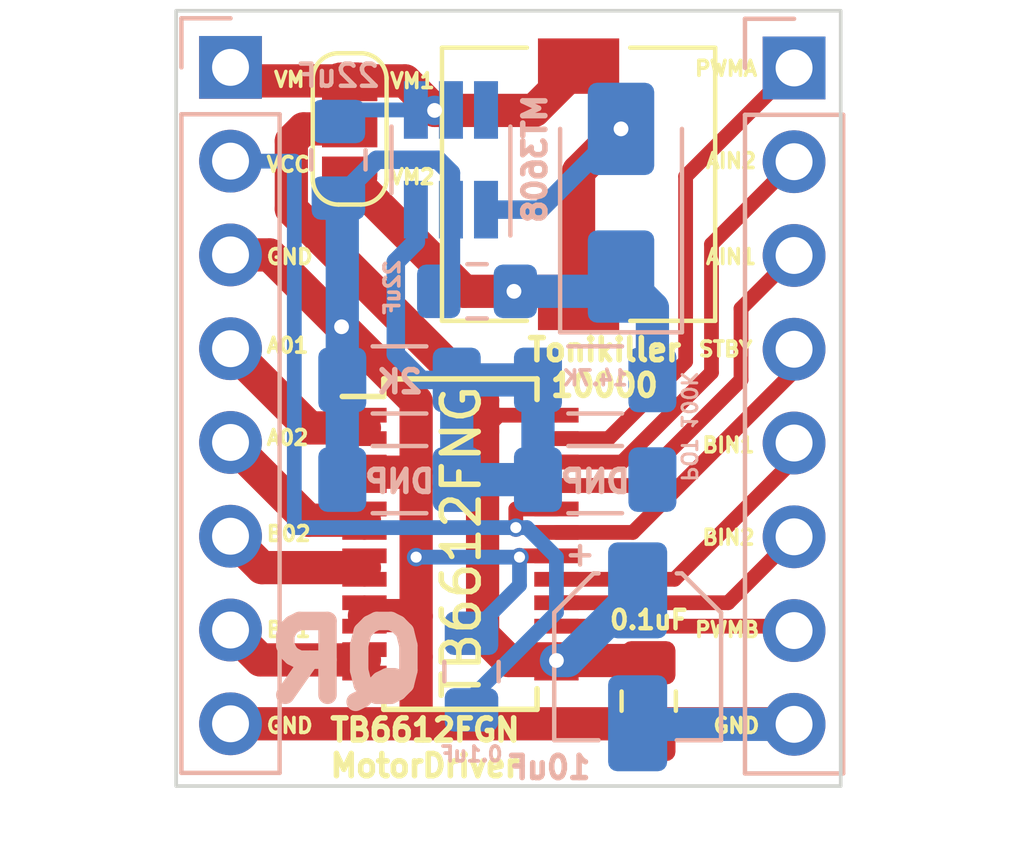
<source format=kicad_pcb>
(kicad_pcb (version 20221018) (generator pcbnew)
  (layers (0 "F.Cu" signal) (31 "B.Cu" signal) (34 "B.Paste" user) (35 "F.Paste" user) (36 "B.SilkS" user "B.Silkscreen") (37 "F.SilkS" user "F.Silkscreen") (38 "B.Mask" user) (39 "F.Mask" user) (44 "Edge.Cuts" user))
  (net 0 "")
  (net 1 "/VM1")
  (net 2 "GND")
  (net 3 "/VM2")
  (net 4 "Net-(JP1-C)")
  (net 5 "/VCC")
  (net 6 "Net-(D1-A)")
  (net 7 "/A01")
  (net 8 "/A02")
  (net 9 "/B02")
  (net 10 "/B01")
  (net 11 "/PWMA")
  (net 12 "/AIN2")
  (net 13 "/AIN1")
  (net 14 "/STBY")
  (net 15 "/BIN1")
  (net 16 "/BIN2")
  (net 17 "/PWMB")
  (net 18 "Net-(U1-FB)")
  (footprint "Inductor_SMD:L_7.3x7.3_H4.5" (layer "F.Cu") (at 57 53.1 -90)
    (fp_text reference "L1" hide)
    (fp_text value "22uH")
    (fp_line (start -3.7 -3.7) (end 3.7 -3.7) (stroke (width 0.12)) (layer "F.SilkS"))
    (fp_line (start -3.7 -1.4) (end -3.7 -3.7) (stroke (width 0.12)) (layer "F.SilkS"))
    (fp_line (start -3.7 3.7) (end -3.7 1.4) (stroke (width 0.12)) (layer "F.SilkS"))
    (fp_line (start 3.7 -3.7) (end 3.7 -1.4) (stroke (width 0.12)) (layer "F.SilkS"))
    (fp_line (start 3.7 1.4) (end 3.7 3.7) (stroke (width 0.12)) (layer "F.SilkS"))
    (fp_line (start 3.7 3.7) (end -3.7 3.7) (stroke (width 0.12)) (layer "F.SilkS"))
    (pad "1" smd rect (at -3.2 0 270) (size 1.5 2.2) (layers "F.Cu" "F.Paste" "F.Mask") (net 1 "/VM1"))
    (pad "2" smd rect (at 3.2 0 270) (size 1.5 2.2) (layers "F.Cu" "F.Paste" "F.Mask") (net 6 "Net-(D1-A)"))
  )
  (footprint "Jumper:SolderJumper-3_P1.3mm_Open_RoundedPad1.0x1.5mm_NumberLabels" (layer "F.Cu") (at 50.8 51.6 90)
    (fp_text reference "JP1" hide)
    (fp_text value "Jumper_3_Bridged12" hide)
    (fp_text user "VM1" (at 1.3 1.7 180) (layer "F.SilkS") (effects (font (size 0.4 0.4) (thickness 0.1))))
    (fp_text user "VM2" (at -1.3 1.7) (layer "F.SilkS") (effects (font (size 0.4 0.4) (thickness 0.1))))
    (fp_line (start -2.05 0.3) (end -2.05 -0.3) (stroke (width 0.12)) (layer "F.SilkS"))
    (fp_line (start -1.4 -1) (end 1.4 -1) (stroke (width 0.12)) (layer "F.SilkS"))
    (fp_line (start 1.4 1) (end -1.4 1) (stroke (width 0.12)) (layer "F.SilkS"))
    (fp_line (start 2.05 -0.3) (end 2.05 0.3) (stroke (width 0.12)) (layer "F.SilkS"))
    (fp_arc (start -2.05 -0.3) (mid -1.844975 -0.794975) (end -1.35 -1) (stroke (width 0.12)) (layer "F.SilkS"))
    (fp_arc (start -1.35 1) (mid -1.844975 0.794975) (end -2.05 0.3) (stroke (width 0.12)) (layer "F.SilkS"))
    (fp_arc (start 1.35 -1) (mid 1.844975 -0.794975) (end 2.05 -0.3) (stroke (width 0.12)) (layer "F.SilkS"))
    (fp_arc (start 2.05 0.3) (mid 1.844975 0.794975) (end 1.35 1) (stroke (width 0.12)) (layer "F.SilkS"))
    (pad "1" smd custom (at -1.3 0 90) (size 1 0.5) (layers "F.Cu" "F.Mask") (net 3 "/VM2") (options (clearance outline) (anchor rect)) (primitives (gr_circle (center 0 0.25) (end 0.5 0.25) (width 0) (fill yes)) (gr_circle (center 0 -0.25) (end 0.5 -0.25) (width 0) (fill yes)) (gr_poly (pts (xy 0.55 0.75) (xy 0 0.75) (xy 0 -0.75) (xy 0.55 -0.75)) (width 0) (fill yes))))
    (pad "2" smd rect (at 0 0 90) (size 1 1.5) (layers "F.Cu" "F.Mask") (net 4 "Net-(JP1-C)"))
    (pad "3" smd custom (at 1.3 0 90) (size 1 0.5) (layers "F.Cu" "F.Mask") (net 1 "/VM1") (options (clearance outline) (anchor rect)) (primitives (gr_circle (center 0 0.25) (end 0.5 0.25) (width 0) (fill yes)) (gr_circle (center 0 -0.25) (end 0.5 -0.25) (width 0) (fill yes)) (gr_poly (pts (xy 0 0.75) (xy -0.55 0.75) (xy -0.55 -0.75) (xy 0 -0.75)) (width 0) (fill yes))))
  )
  (footprint "Capacitor_SMD:C_0805_2012Metric_Pad1.18x1.45mm_HandSolder" (layer "F.Cu") (at 58.9 67.1 -90)
    (fp_text reference "C5" hide)
    (fp_text value "0.1uF" (at -2.2 0) (layer "F.SilkS") (effects (font (size 0.5 0.5) (thickness 0.12) bold)))
    (fp_line (start -0.261252 -0.735) (end 0.261252 -0.735) (stroke (width 0.12)) (layer "F.SilkS"))
    (fp_line (start -0.261252 0.735) (end 0.261252 0.735) (stroke (width 0.12)) (layer "F.SilkS"))
    (pad "1" smd roundrect (at -1.0375 0 270) (size 1.175 1.45) (layers "F.Cu" "F.Paste" "F.Mask") (roundrect_rratio 0.212766) (net 4 "Net-(JP1-C)"))
    (pad "2" smd roundrect (at 1.0375 0 270) (size 1.175 1.45) (layers "F.Cu" "F.Paste" "F.Mask") (roundrect_rratio 0.212766) (net 2 "GND"))
  )
  (footprint "Package_SO:SSOP-24_3.9x8.7mm_P0.635mm" (layer "F.Cu") (at 53.8 62.8478)
    (fp_text reference "U2" hide)
    (fp_text value "TB6612FNG" (at 0.025 -0.05 90) (layer "F.SilkS"))
    (fp_line (start -2.075 -4.475) (end -2.075 -4) (stroke (width 0.15)) (layer "F.SilkS"))
    (fp_line (start -2.075 -4.475) (end 2.075 -4.475) (stroke (width 0.15)) (layer "F.SilkS"))
    (fp_line (start -2.075 -4) (end -3.2 -4) (stroke (width 0.15)) (layer "F.SilkS"))
    (fp_line (start -2.075 4.475) (end -2.075 3.9175) (stroke (width 0.15)) (layer "F.SilkS"))
    (fp_line (start -2.075 4.475) (end 2.075 4.475) (stroke (width 0.15)) (layer "F.SilkS"))
    (fp_line (start 2.075 -4.475) (end 2.075 -3.9175) (stroke (width 0.15)) (layer "F.SilkS"))
    (fp_line (start 2.075 4.475) (end 2.075 3.9175) (stroke (width 0.15)) (layer "F.SilkS"))
    (pad "1" smd rect (at -2.6 -3.4925) (size 1.2 0.4) (layers "F.Cu" "F.Paste" "F.Mask") (net 7 "/A01"))
    (pad "2" smd rect (at -2.6 -2.8575) (size 1.2 0.4) (layers "F.Cu" "F.Paste" "F.Mask") (net 7 "/A01"))
    (pad "3" smd rect (at -2.6 -2.2225) (size 1.2 0.4) (layers "F.Cu" "F.Paste" "F.Mask") (net 2 "GND"))
    (pad "4" smd rect (at -2.6 -1.5875) (size 1.2 0.4) (layers "F.Cu" "F.Paste" "F.Mask") (net 2 "GND"))
    (pad "5" smd rect (at -2.6 -0.9525) (size 1.2 0.4) (layers "F.Cu" "F.Paste" "F.Mask") (net 8 "/A02"))
    (pad "6" smd rect (at -2.6 -0.3175) (size 1.2 0.4) (layers "F.Cu" "F.Paste" "F.Mask") (net 8 "/A02"))
    (pad "7" smd rect (at -2.6 0.3175) (size 1.2 0.4) (layers "F.Cu" "F.Paste" "F.Mask") (net 9 "/B02"))
    (pad "8" smd rect (at -2.6 0.9525) (size 1.2 0.4) (layers "F.Cu" "F.Paste" "F.Mask") (net 9 "/B02"))
    (pad "9" smd rect (at -2.6 1.5875) (size 1.2 0.4) (layers "F.Cu" "F.Paste" "F.Mask") (net 2 "GND"))
    (pad "10" smd rect (at -2.6 2.2225) (size 1.2 0.4) (layers "F.Cu" "F.Paste" "F.Mask") (net 2 "GND"))
    (pad "11" smd rect (at -2.6 2.8575) (size 1.2 0.4) (layers "F.Cu" "F.Paste" "F.Mask") (net 10 "/B01"))
    (pad "12" smd rect (at -2.6 3.4925) (size 1.2 0.4) (layers "F.Cu" "F.Paste" "F.Mask") (net 10 "/B01"))
    (pad "13" smd rect (at 2.6 3.4925) (size 1.2 0.4) (layers "F.Cu" "F.Paste" "F.Mask") (net 4 "Net-(JP1-C)"))
    (pad "14" smd rect (at 2.6 2.8575) (size 1.2 0.4) (layers "F.Cu" "F.Paste" "F.Mask") (net 4 "Net-(JP1-C)"))
    (pad "15" smd rect (at 2.6 2.2225) (size 1.2 0.4) (layers "F.Cu" "F.Paste" "F.Mask") (net 17 "/PWMB"))
    (pad "16" smd rect (at 2.6 1.5875) (size 1.2 0.4) (layers "F.Cu" "F.Paste" "F.Mask") (net 16 "/BIN2"))
    (pad "17" smd rect (at 2.6 0.9525) (size 1.2 0.4) (layers "F.Cu" "F.Paste" "F.Mask") (net 15 "/BIN1"))
    (pad "18" smd rect (at 2.6 0.3175) (size 1.2 0.4) (layers "F.Cu" "F.Paste" "F.Mask") (net 2 "GND"))
    (pad "19" smd rect (at 2.6 -0.3175) (size 1.2 0.4) (layers "F.Cu" "F.Paste" "F.Mask") (net 14 "/STBY"))
    (pad "20" smd rect (at 2.6 -0.9525) (size 1.2 0.4) (layers "F.Cu" "F.Paste" "F.Mask") (net 5 "/VCC"))
    (pad "21" smd rect (at 2.6 -1.5875) (size 1.2 0.4) (layers "F.Cu" "F.Paste" "F.Mask") (net 13 "/AIN1"))
    (pad "22" smd rect (at 2.6 -2.2225) (size 1.2 0.4) (layers "F.Cu" "F.Paste" "F.Mask") (net 12 "/AIN2"))
    (pad "23" smd rect (at 2.6 -2.8575) (size 1.2 0.4) (layers "F.Cu" "F.Paste" "F.Mask") (net 11 "/PWMA"))
    (pad "24" smd rect (at 2.6 -3.4925) (size 1.2 0.4) (layers "F.Cu" "F.Paste" "F.Mask") (net 4 "Net-(JP1-C)"))
  )
  (footprint "Resistor_SMD:R_1206_3216Metric_Pad1.30x1.75mm_HandSolder" (layer "B.Cu") (at 57.45 61.1 180)
    (fp_text reference "R4" hide)
    (fp_text value "DNP" (at 0 -0.0508) (layer "B.SilkS") (effects (font (size 0.6 0.6) (thickness 0.15) bold) (justify mirror)))
    (fp_line (start -0.727064 -0.91) (end 0.727064 -0.91) (stroke (width 0.12)) (layer "B.SilkS"))
    (fp_line (start -0.727064 0.91) (end 0.727064 0.91) (stroke (width 0.12)) (layer "B.SilkS"))
    (pad "1" smd roundrect (at -1.55 0 180) (size 1.3 1.75) (layers "B.Cu" "B.Paste" "B.Mask") (roundrect_rratio 0.192308))
    (pad "2" smd roundrect (at 1.55 0 180) (size 1.3 1.75) (layers "B.Cu" "B.Paste" "B.Mask") (roundrect_rratio 0.192308) (net 18 "Net-(U1-FB)"))
  )
  (footprint "Resistor_SMD:R_1206_3216Metric_Pad1.30x1.75mm_HandSolder" (layer "B.Cu") (at 52.15 61.1 180)
    (fp_text reference "R3" hide)
    (fp_text value "DNP" (at 0 -0.0508) (layer "B.SilkS") (effects (font (size 0.6 0.6) (thickness 0.15) bold) (justify mirror)))
    (fp_line (start -0.727064 -0.91) (end 0.727064 -0.91) (stroke (width 0.12)) (layer "B.SilkS"))
    (fp_line (start -0.727064 0.91) (end 0.727064 0.91) (stroke (width 0.12)) (layer "B.SilkS"))
    (pad "1" smd roundrect (at -1.55 0 180) (size 1.3 1.75) (layers "B.Cu" "B.Paste" "B.Mask") (roundrect_rratio 0.192308) (net 18 "Net-(U1-FB)"))
    (pad "2" smd roundrect (at 1.55 0 180) (size 1.3 1.75) (layers "B.Cu" "B.Paste" "B.Mask") (roundrect_rratio 0.192308) (net 2 "GND"))
  )
  (footprint "Capacitor_SMD:C_0805_2012Metric_Pad1.18x1.45mm_HandSolder" (layer "B.Cu") (at 54.25 56 180)
    (fp_text reference "C2" hide)
    (fp_text value "22uF" (at 2.3 0.1 90) (layer "B.SilkS") (effects (font (size 0.4 0.4) (thickness 0.1) bold) (justify mirror)))
    (fp_line (start -0.261252 -0.735) (end 0.261252 -0.735) (stroke (width 0.12)) (layer "B.SilkS"))
    (fp_line (start -0.261252 0.735) (end 0.261252 0.735) (stroke (width 0.12)) (layer "B.SilkS"))
    (pad "1" smd roundrect (at -1.0375 0 180) (size 1.175 1.45) (layers "B.Cu" "B.Paste" "B.Mask") (roundrect_rratio 0.212766) (net 3 "/VM2"))
    (pad "2" smd roundrect (at 1.0375 0 180) (size 1.175 1.45) (layers "B.Cu" "B.Paste" "B.Mask") (roundrect_rratio 0.212766) (net 2 "GND"))
  )
  (footprint "Capacitor_SMD:C_0805_2012Metric_Pad1.18x1.45mm_HandSolder" (layer "B.Cu") (at 54.1 66.3 -90)
    (fp_text reference "C4" hide)
    (fp_text value "0.1uF" (at 2.2375 0) (layer "B.SilkS") (effects (font (size 0.4 0.4) (thickness 0.1) bold) (justify mirror)))
    (fp_line (start -0.261252 -0.735) (end 0.261252 -0.735) (stroke (width 0.12)) (layer "B.SilkS"))
    (fp_line (start -0.261252 0.735) (end 0.261252 0.735) (stroke (width 0.12)) (layer "B.SilkS"))
    (pad "1" smd roundrect (at -1.0375 0 270) (size 1.175 1.45) (layers "B.Cu" "B.Paste" "B.Mask") (roundrect_rratio 0.212766) (net 2 "GND"))
    (pad "2" smd roundrect (at 1.0375 0 270) (size 1.175 1.45) (layers "B.Cu" "B.Paste" "B.Mask") (roundrect_rratio 0.212766) (net 5 "/VCC"))
  )
  (footprint "Connector_PinSocket_2.54mm:PinSocket_1x08_P2.54mm_Vertical" (layer "B.Cu") (at 47.5724 49.934 180)
    (fp_text reference "J1" hide)
    (fp_text value "Conn_01x08_Pin")
    (fp_line (start -1.33 -19.11) (end 1.33 -19.11) (stroke (width 0.12)) (layer "B.SilkS"))
    (fp_line (start -1.33 -1.27) (end -1.33 -19.11) (stroke (width 0.12)) (layer "B.SilkS"))
    (fp_line (start -1.33 -1.27) (end 1.33 -1.27) (stroke (width 0.12)) (layer "B.SilkS"))
    (fp_line (start 0 1.33) (end 1.33 1.33) (stroke (width 0.12)) (layer "B.SilkS"))
    (fp_line (start 1.33 -1.27) (end 1.33 -19.11) (stroke (width 0.12)) (layer "B.SilkS"))
    (fp_line (start 1.33 1.33) (end 1.33 0) (stroke (width 0.12)) (layer "B.SilkS"))
    (pad "1" thru_hole rect (at 0 0 180) (size 1.7 1.7) (drill 1) (layers "*.Cu" "*.Mask") (net 1 "/VM1"))
    (pad "2" thru_hole oval (at 0 -2.54 180) (size 1.7 1.7) (drill 1) (layers "*.Cu" "*.Mask") (net 5 "/VCC"))
    (pad "3" thru_hole oval (at 0 -5.08 180) (size 1.7 1.7) (drill 1) (layers "*.Cu" "*.Mask") (net 2 "GND"))
    (pad "4" thru_hole oval (at 0 -7.62 180) (size 1.7 1.7) (drill 1) (layers "*.Cu" "*.Mask") (net 7 "/A01"))
    (pad "5" thru_hole oval (at 0 -10.16 180) (size 1.7 1.7) (drill 1) (layers "*.Cu" "*.Mask") (net 8 "/A02"))
    (pad "6" thru_hole oval (at 0 -12.7 180) (size 1.7 1.7) (drill 1) (layers "*.Cu" "*.Mask") (net 9 "/B02"))
    (pad "7" thru_hole oval (at 0 -15.24 180) (size 1.7 1.7) (drill 1) (layers "*.Cu" "*.Mask") (net 10 "/B01"))
    (pad "8" thru_hole oval (at 0 -17.78 180) (size 1.7 1.7) (drill 1) (layers "*.Cu" "*.Mask") (net 2 "GND"))
  )
  (footprint "Diode_SMD:D_SMA" (layer "B.Cu") (at 58.15 53.6 90)
    (fp_text reference "D1" hide)
    (fp_text value "SS34_C183891" hide)
    (fp_line (start -3.51 -1.65) (end 2 -1.65) (stroke (width 0.12)) (layer "B.SilkS"))
    (fp_line (start -3.51 1.65) (end -3.51 -1.65) (stroke (width 0.12)) (layer "B.SilkS"))
    (fp_line (start -3.51 1.65) (end 2 1.65) (stroke (width 0.12)) (layer "B.SilkS"))
    (pad "1" smd roundrect (at -2 0 90) (size 2.5 1.8) (layers "B.Cu" "B.Paste" "B.Mask") (roundrect_rratio 0.1388888889) (net 3 "/VM2"))
    (pad "2" smd roundrect (at 2 0 90) (size 2.5 1.8) (layers "B.Cu" "B.Paste" "B.Mask") (roundrect_rratio 0.1388888889) (net 6 "Net-(D1-A)"))
  )
  (footprint "Capacitor_SMD:CP_Elec_4x5.4" (layer "B.Cu") (at 58.6 65.9 -90)
    (fp_text reference "C3" hide)
    (fp_text value "10uF" (at 3 2.4) (layer "B.SilkS") (effects (font (size 0.6 0.6)) (justify mirror)))
    (fp_line (start -3 1.56) (end -2.5 1.56) (stroke (width 0.12)) (layer "B.SilkS"))
    (fp_line (start -2.75 1.81) (end -2.75 1.31) (stroke (width 0.12)) (layer "B.SilkS"))
    (fp_line (start -2.26 -1.195563) (end -2.26 -1.06) (stroke (width 0.12)) (layer "B.SilkS"))
    (fp_line (start -2.26 -1.195563) (end -1.195563 -2.26) (stroke (width 0.12)) (layer "B.SilkS"))
    (fp_line (start -2.26 1.195563) (end -2.26 1.06) (stroke (width 0.12)) (layer "B.SilkS"))
    (fp_line (start -2.26 1.195563) (end -1.195563 2.26) (stroke (width 0.12)) (layer "B.SilkS"))
    (fp_line (start -1.195563 -2.26) (end 2.26 -2.26) (stroke (width 0.12)) (layer "B.SilkS"))
    (fp_line (start -1.195563 2.26) (end 2.26 2.26) (stroke (width 0.12)) (layer "B.SilkS"))
    (fp_line (start 2.26 -2.26) (end 2.26 -1.06) (stroke (width 0.12)) (layer "B.SilkS"))
    (fp_line (start 2.26 2.26) (end 2.26 1.06) (stroke (width 0.12)) (layer "B.SilkS"))
    (pad "1" smd roundrect (at -1.8 0 270) (size 2.6 1.6) (layers "B.Cu" "B.Paste" "B.Mask") (roundrect_rratio 0.15625) (net 4 "Net-(JP1-C)"))
    (pad "2" smd roundrect (at 1.8 0 270) (size 2.6 1.6) (layers "B.Cu" "B.Paste" "B.Mask") (roundrect_rratio 0.15625) (net 2 "GND"))
  )
  (footprint "Resistor_SMD:R_1206_3216Metric_Pad1.30x1.75mm_HandSolder" (layer "B.Cu") (at 52.15 58.4 180)
    (fp_text reference "R2" hide)
    (fp_text value "2K" (at 0 -0.0508) (layer "B.SilkS") (effects (font (size 0.6 0.6) (thickness 0.15) bold) (justify mirror)))
    (fp_line (start -0.727064 -0.91) (end 0.727064 -0.91) (stroke (width 0.12)) (layer "B.SilkS"))
    (fp_line (start -0.727064 0.91) (end 0.727064 0.91) (stroke (width 0.12)) (layer "B.SilkS"))
    (pad "1" smd roundrect (at -1.55 0 180) (size 1.3 1.75) (layers "B.Cu" "B.Paste" "B.Mask") (roundrect_rratio 0.192308) (net 18 "Net-(U1-FB)"))
    (pad "2" smd roundrect (at 1.55 0 180) (size 1.3 1.75) (layers "B.Cu" "B.Paste" "B.Mask") (roundrect_rratio 0.192308) (net 2 "GND"))
  )
  (footprint "Capacitor_SMD:C_0805_2012Metric_Pad1.18x1.45mm_HandSolder" (layer "B.Cu") (at 50.4948 52.4376 -90)
    (fp_text reference "C1" hide)
    (fp_text value "22uF" (at -2.2776 0.0048 -180) (layer "B.SilkS") (effects (font (size 0.6 0.6) (thickness 0.12) bold) (justify mirror)))
    (fp_line (start -0.261252 -0.735) (end 0.261252 -0.735) (stroke (width 0.12)) (layer "B.SilkS"))
    (fp_line (start -0.261252 0.735) (end 0.261252 0.735) (stroke (width 0.12)) (layer "B.SilkS"))
    (pad "1" smd roundrect (at -1.0375 0 270) (size 1.175 1.45) (layers "B.Cu" "B.Paste" "B.Mask") (roundrect_rratio 0.212766) (net 1 "/VM1"))
    (pad "2" smd roundrect (at 1.0375 0 270) (size 1.175 1.45) (layers "B.Cu" "B.Paste" "B.Mask") (roundrect_rratio 0.212766) (net 2 "GND"))
  )
  (footprint "Package_TO_SOT_SMD:SOT-23-6_Handsoldering" (layer "B.Cu") (at 53.5428 52.4376 90)
    (fp_text reference "U1" hide)
    (fp_text value "MT3608" (at 0.025 2.275 90) (layer "B.SilkS") (effects (font (size 0.6 0.6) (thickness 0.15) bold) (justify mirror)))
    (fp_line (start -0.9 -1.61) (end 0.9 -1.61) (stroke (width 0.12)) (layer "B.SilkS"))
    (fp_line (start 0.9 1.61) (end -2.05 1.61) (stroke (width 0.12)) (layer "B.SilkS"))
    (pad "1" smd rect (at -1.35 0.95 90) (size 1.56 0.65) (layers "B.Cu" "B.Paste" "B.Mask") (net 6 "Net-(D1-A)"))
    (pad "2" smd rect (at -1.35 0 90) (size 1.56 0.65) (layers "B.Cu" "B.Paste" "B.Mask") (net 2 "GND"))
    (pad "3" smd rect (at -1.35 -0.95 90) (size 1.56 0.65) (layers "B.Cu" "B.Paste" "B.Mask") (net 18 "Net-(U1-FB)"))
    (pad "4" smd rect (at 1.35 -0.95 90) (size 1.56 0.65) (layers "B.Cu" "B.Paste" "B.Mask") (net 1 "/VM1"))
    (pad "5" smd rect (at 1.35 0 90) (size 1.56 0.65) (layers "B.Cu" "B.Paste" "B.Mask") (net 1 "/VM1"))
    (pad "6" smd rect (at 1.35 0.95 90) (size 1.56 0.65) (layers "B.Cu" "B.Paste" "B.Mask"))
  )
  (footprint "Resistor_SMD:R_1206_3216Metric_Pad1.30x1.75mm_HandSolder" (layer "B.Cu") (at 57.45 58.4)
    (fp_text reference "R1" hide)
    (fp_text value "14.7K" (at 0 -0.0508) (layer "B.SilkS") (effects (font (size 0.4 0.4) (thickness 0.1) bold) (justify mirror)))
    (fp_line (start -0.727064 -0.91) (end 0.727064 -0.91) (stroke (width 0.12)) (layer "B.SilkS"))
    (fp_line (start -0.727064 0.91) (end 0.727064 0.91) (stroke (width 0.12)) (layer "B.SilkS"))
    (pad "1" smd roundrect (at -1.55 0) (size 1.3 1.75) (layers "B.Cu" "B.Paste" "B.Mask") (roundrect_rratio 0.192308) (net 18 "Net-(U1-FB)"))
    (pad "2" smd roundrect (at 1.55 0) (size 1.3 1.75) (layers "B.Cu" "B.Paste" "B.Mask") (roundrect_rratio 0.192308) (net 3 "/VM2"))
  )
  (footprint "Connector_PinSocket_2.54mm:PinSocket_1x08_P2.54mm_Vertical" (layer "B.Cu") (at 62.8374 49.949 180)
    (fp_text reference "J2" hide)
    (fp_text value "Conn_01x08_Pin")
    (fp_line (start -1.33 -19.11) (end 1.33 -19.11) (stroke (width 0.12)) (layer "B.SilkS"))
    (fp_line (start -1.33 -1.27) (end -1.33 -19.11) (stroke (width 0.12)) (layer "B.SilkS"))
    (fp_line (start -1.33 -1.27) (end 1.33 -1.27) (stroke (width 0.12)) (layer "B.SilkS"))
    (fp_line (start 0 1.33) (end 1.33 1.33) (stroke (width 0.12)) (layer "B.SilkS"))
    (fp_line (start 1.33 -1.27) (end 1.33 -19.11) (stroke (width 0.12)) (layer "B.SilkS"))
    (fp_line (start 1.33 1.33) (end 1.33 0) (stroke (width 0.12)) (layer "B.SilkS"))
    (pad "1" thru_hole rect (at 0 0 180) (size 1.7 1.7) (drill 1) (layers "*.Cu" "*.Mask") (net 11 "/PWMA"))
    (pad "2" thru_hole oval (at 0 -2.54 180) (size 1.7 1.7) (drill 1) (layers "*.Cu" "*.Mask") (net 12 "/AIN2"))
    (pad "3" thru_hole oval (at 0 -5.08 180) (size 1.7 1.7) (drill 1) (layers "*.Cu" "*.Mask") (net 13 "/AIN1"))
    (pad "4" thru_hole oval (at 0 -7.62 180) (size 1.7 1.7) (drill 1) (layers "*.Cu" "*.Mask") (net 14 "/STBY"))
    (pad "5" thru_hole oval (at 0 -10.16 180) (size 1.7 1.7) (drill 1) (layers "*.Cu" "*.Mask") (net 15 "/BIN1"))
    (pad "6" thru_hole oval (at 0 -12.7 180) (size 1.7 1.7) (drill 1) (layers "*.Cu" "*.Mask") (net 16 "/BIN2"))
    (pad "7" thru_hole oval (at 0 -15.24 180) (size 1.7 1.7) (drill 1) (layers "*.Cu" "*.Mask") (net 17 "/PWMB"))
    (pad "8" thru_hole oval (at 0 -17.78 180) (size 1.7 1.7) (drill 1) (layers "*.Cu" "*.Mask") (net 2 "GND"))
  )
  (gr_rect (start 46.1 48.4) (end 64.1 69.4) (stroke (width 0.1)) (fill none) (layer "Edge.Cuts"))
  (gr_text "POT 100K" (at 59.75 61.2 -90) (layer "B.SilkS") (effects (font (size 0.4 0.4) (thickness 0.08) bold) (justify left bottom mirror)))
  (gr_text "QR" (at 53.1 67.2) (layer "B.SilkS") (effects (font (size 2 2) (thickness 0.5) bold) (justify left bottom mirror)))
  (gr_text "STBY\n" (at 60.2 57.8) (layer "F.SilkS") (effects (font (size 0.4 0.4) (thickness 0.1) bold) (justify left bottom)))
  (gr_text "PWMB\n" (at 60.1 65.4) (layer "F.SilkS") (effects (font (size 0.4 0.4) (thickness 0.1) bold) (justify left bottom)))
  (gr_text "GND" (at 60.6 68) (layer "F.SilkS") (effects (font (size 0.4 0.4) (thickness 0.1) bold) (justify left bottom)))
  (gr_text "BIN1" (at 60.3 60.4) (layer "F.SilkS") (effects (font (size 0.4 0.4) (thickness 0.1) bold) (justify left bottom)))
  (gr_text "AIN1" (at 60.4 55.3) (layer "F.SilkS") (effects (font (size 0.4 0.4) (thickness 0.1) bold) (justify left bottom)))
  (gr_text "VM" (at 48.7 50.5) (layer "F.SilkS") (effects (font (size 0.4 0.4) (thickness 0.1) bold) (justify left bottom)))
  (gr_text "VCC" (at 48.5 52.8) (layer "F.SilkS") (effects (font (size 0.4 0.4) (thickness 0.1) bold) (justify left bottom)))
  (gr_text "B02" (at 48.5 62.8) (layer "F.SilkS") (effects (font (size 0.4 0.4) (thickness 0.1) bold) (justify left bottom)))
  (gr_text "PWMA\n" (at 60.1 50.2) (layer "F.SilkS") (effects (font (size 0.4 0.4) (thickness 0.1) bold) (justify left bottom)))
  (gr_text "A02" (at 48.5 60.2) (layer "F.SilkS") (effects (font (size 0.4 0.4) (thickness 0.1) bold) (justify left bottom)))
  (gr_text "GND" (at 48.5 68) (layer "F.SilkS") (effects (font (size 0.4 0.4) (thickness 0.1) bold) (justify left bottom)))
  (gr_text "A01\n" (at 48.5 57.7) (layer "F.SilkS") (effects (font (size 0.4 0.4) (thickness 0.1) bold) (justify left bottom)))
  (gr_text "Tonikiller\n10000" (at 57.7 58.9) (layer "F.SilkS") (effects (font (size 0.6 0.6) (thickness 0.15) bold) (justify bottom)))
  (gr_text "BIN2\n" (at 60.3 62.9) (layer "F.SilkS") (effects (font (size 0.4 0.4) (thickness 0.1) bold) (justify left bottom)))
  (gr_text "TB6612FGN \nMotorDriver" (at 50.2 69.2) (layer "F.SilkS") (effects (font (size 0.6 0.6) (thickness 0.15) bold) (justify left bottom)))
  (gr_text "B01" (at 48.5 65.4) (layer "F.SilkS") (effects (font (size 0.4 0.4) (thickness 0.1) bold) (justify left bottom)))
  (gr_text "GND" (at 48.5 55.3) (layer "F.SilkS") (effects (font (size 0.4 0.4) (thickness 0.1) bold) (justify left bottom)))
  (gr_text "AIN2\n" (at 60.4 52.7) (layer "F.SilkS") (effects (font (size 0.4 0.4) (thickness 0.1) bold) (justify left bottom)))
  (segment (start 47.5724 49.934) (end 47.9384 50.3) (width 0.9) (layer "F.Cu") (net 1))
  (segment (start 55.8 51.1) (end 57 49.9) (width 0.9) (layer "F.Cu") (net 1))
  (segment (start 52.3 50.3) (end 53.1 51.1) (width 0.9) (layer "F.Cu") (net 1))
  (segment (start 47.9384 50.3) (end 50.8 50.3) (width 0.9) (layer "F.Cu") (net 1))
  (segment (start 53.1 51.1) (end 55.8 51.1) (width 0.9) (layer "F.Cu") (net 1))
  (segment (start 50.8 50.3) (end 52.3 50.3) (width 0.9) (layer "F.Cu") (net 1))
  (via (at 53.1 51.1) (size 0.8) (drill 0.4) (layers "F.Cu" "B.Cu") (net 1))
  (segment (start 53.1124 51.0876) (end 53.1 51.1) (width 0.4) (layer "B.Cu") (net 1))
  (segment (start 53.1 51.1) (end 53.0876 51.0876) (width 0.4) (layer "B.Cu") (net 1))
  (segment (start 52.5928 51.0876) (end 50.8073 51.0876) (width 0.4) (layer "B.Cu") (net 1))
  (segment (start 53.0876 51.0876) (end 52.5928 51.0876) (width 0.4) (layer "B.Cu") (net 1))
  (segment (start 53.15 51.0876) (end 53.1124 51.0876) (width 0.4) (layer "B.Cu") (net 1))
  (segment (start 50.8073 51.0876) (end 50.4948 51.4001) (width 0.4) (layer "B.Cu") (net 1))
  (segment (start 53.5428 51.0876) (end 53.15 51.0876) (width 0.4) (layer "B.Cu") (net 1))
  (segment (start 51.2 65.0703) (end 51.2 64.784) (width 0.4) (layer "F.Cu") (net 2))
  (segment (start 52.2 64.8) (end 52.6 64.8) (width 0.9) (layer "F.Cu") (net 2))
  (segment (start 56.4 63.1653) (end 55.4347 63.1653) (width 0.4) (layer "F.Cu") (net 2))
  (segment (start 47.5724 55.014) (end 47.8489 54.7375) (width 0.9) (layer "F.Cu") (net 2))
  (segment (start 58.9 67.914) (end 58.7 67.714) (width 0.9) (layer "F.Cu") (net 2))
  (segment (start 58.7 67.714) (end 62.8224 67.714) (width 0.9) (layer "F.Cu") (net 2))
  (segment (start 48.634 55.014) (end 50.58 56.96) (width 0.9) (layer "F.Cu") (net 2))
  (segment (start 52.6 67.714) (end 52.6 65.9) (width 0.9) (layer "F.Cu") (net 2))
  (segment (start 52.184 64.784) (end 51.2 64.784) (width 0.9) (layer "F.Cu") (net 2))
  (segment (start 52.6 58.98) (end 50.58 56.96) (width 0.9) (layer "F.Cu") (net 2))
  (segment (start 51.2 61.2603) (end 51.2 60.9) (width 0.4) (layer "F.Cu") (net 2))
  (segment (start 58.9 68.1375) (end 58.9 67.914) (width 0.9) (layer "F.Cu") (net 2))
  (segment (start 51.2 64.4353) (end 51.2 65.0703) (width 0.4) (layer "F.Cu") (net 2))
  (segment (start 55.4347 63.1653) (end 55.4 63.2) (width 0.4) (layer "F.Cu") (net 2))
  (segment (start 52.6 65.9) (end 52.6 64.8) (width 0.9) (layer "F.Cu") (net 2))
  (segment (start 52.6 63.2) (end 52.6 61.3) (width 0.9) (layer "F.Cu") (net 2))
  (segment (start 51.2 60.6253) (end 51.2 61.2603) (width 0.4) (layer "F.Cu") (net 2))
  (segment (start 52.184 64.784) (end 52.2 64.8) (width 0.9) (layer "F.Cu") (net 2))
  (segment (start 52.6 60.9) (end 51.2 60.9) (width 0.9) (layer "F.Cu") (net 2))
  (segment (start 52.6 64.8) (end 52.6 63.2) (width 0.9) (layer "F.Cu") (net 2))
  (segment (start 52.6 60.9) (end 52.6 61.3) (width 0.9) (layer "F.Cu") (net 2))
  (segment (start 62.8224 67.714) (end 62.8374 67.729) (width 0.9) (layer "F.Cu") (net 2))
  (segment (start 52.6 67.714) (end 58.7 67.714) (width 0.9) (layer "F.Cu") (net 2))
  (segment (start 47.5724 67.714) (end 52.6 67.714) (width 0.9) (layer "F.Cu") (net 2))
  (segment (start 47.5724 55.014) (end 48.634 55.014) (width 0.9) (layer "F.Cu") (net 2))
  (segment (start 52.6 60.9) (end 52.6 58.98) (width 0.9) (layer "F.Cu") (net 2))
  (via (at 55.4 63.2) (size 0.5) (drill 0.3) (layers "F.Cu" "B.Cu") (net 2))
  (via (at 50.58 56.96) (size 0.8) (drill 0.4) (layers "F.Cu" "B.Cu") (net 2))
  (via (at 52.6 63.2) (size 0.5) (drill 0.3) (layers "F.Cu" "B.Cu") (net 2))
  (segment (start 53.5428 55.6697) (end 53.2125 56) (width 0.5) (layer "B.Cu") (net 2))
  (segment (start 55.4 63.9625) (end 54.1 65.2625) (width 0.4) (layer "B.Cu") (net 2))
  (segment (start 62.8374 67.729) (end 58.629 67.729) (width 0.9) (layer "B.Cu") (net 2))
  (segment (start 50.6 53.5803) (end 50.4948 53.4751) (width 0.9) (layer "B.Cu") (net 2))
  (segment (start 53.1872 52.4376) (end 51.5323 52.4376) (width 0.5) (layer "B.Cu") (net 2))
  (segment (start 58.629 67.729) (end 58.6 67.7) (width 0.9) (layer "B.Cu") (net 2))
  (segment (start 51.5323 52.4376) (end 50.4948 53.4751) (width 0.5) (layer "B.Cu") (net 2))
  (segment (start 50.6 58.4) (end 50.6 61.1) (width 0.9) (layer "B.Cu") (net 2))
  (segment (start 55.4 63.2) (end 52.6 63.2) (width 0.4) (layer "B.Cu") (net 2))
  (segment (start 50.6 58.4) (end 50.6 53.5803) (width 0.9) (layer "B.Cu") (net 2))
  (segment (start 55.4 63.2) (end 55.4 63.9625) (width 0.4) (layer "B.Cu") (net 2))
  (segment (start 53.5428 52.7932) (end 53.1872 52.4376) (width 0.5) (layer "B.Cu") (net 2))
  (segment (start 53.5428 53.7876) (end 53.5428 52.7932) (width 0.5) (layer "B.Cu") (net 2))
  (segment (start 53.5428 53.7876) (end 53.5428 55.6697) (width 0.5) (layer "B.Cu") (net 2))
  (segment (start 53.9 56) (end 55.25 56) (width 0.9) (layer "F.Cu") (net 3))
  (segment (start 50.8 52.9) (end 53.9 56) (width 0.9) (layer "F.Cu") (net 3))
  (via (at 55.25 56) (size 0.8) (drill 0.4) (layers "F.Cu" "B.Cu") (net 3))
  (segment (start 59 56.45) (end 59 58.4) (width 0.9) (layer "B.Cu") (net 3))
  (segment (start 58.15 55.6) (end 59 56.45) (width 0.9) (layer "B.Cu") (net 3))
  (segment (start 55.2875 56) (end 57.75 56) (width 0.9) (layer "B.Cu") (net 3))
  (segment (start 57.75 56) (end 58.15 55.6) (width 1) (layer "B.Cu") (net 3))
  (segment (start 49.55 51.6) (end 49.22 51.93) (width 0.9) (layer "F.Cu") (net 4))
  (segment (start 54.8447 59.3553) (end 56.4 59.3553) (width 0.4) (layer "F.Cu") (net 4))
  (segment (start 58.8375 66) (end 58.9 66.0625) (width 0.9) (layer "F.Cu") (net 4))
  (segment (start 56.4 66) (end 58.8375 66) (width 0.9) (layer "F.Cu") (net 4))
  (segment (start 54.4 58.95) (end 54.4 59.8) (width 0.9) (layer "F.Cu") (net 4))
  (segment (start 54.4 59.8) (end 54.8447 59.3553) (width 0.4) (layer "F.Cu") (net 4))
  (segment (start 49.22 53.77) (end 54.4 58.95) (width 0.9) (layer "F.Cu") (net 4))
  (segment (start 49.22 51.93) (end 49.22 53.77) (width 0.9) (layer "F.Cu") (net 4))
  (segment (start 54.4 65.3) (end 54.4 59.8) (width 0.9) (layer "F.Cu") (net 4))
  (segment (start 50.8 51.6) (end 49.55 51.6) (width 0.9) (layer "F.Cu") (net 4))
  (segment (start 56.4 66) (end 56.4 66.3403) (width 0.4) (layer "F.Cu") (net 4))
  (segment (start 56.4 65.7053) (end 56.4 66) (width 0.4) (layer "F.Cu") (net 4))
  (segment (start 56.4 66) (end 55.1 66) (width 0.9) (layer "F.Cu") (net 4))
  (segment (start 55.1 66) (end 54.4 65.3) (width 0.9) (layer "F.Cu") (net 4))
  (via (at 56.4 66) (size 0.8) (drill 0.4) (layers "F.Cu" "B.Cu") (net 4))
  (segment (start 56.4 66) (end 56.7 66) (width 0.9) (layer "B.Cu") (net 4))
  (segment (start 56.7 66) (end 58.6 64.1) (width 0.9) (layer "B.Cu") (net 4))
  (segment (start 55.3 61.8953) (end 55.3 62.4) (width 0.4) (layer "F.Cu") (net 5))
  (segment (start 56.4 61.8953) (end 55.3 61.8953) (width 0.4) (layer "F.Cu") (net 5))
  (segment (start 47.5724 52.474) (end 47.7609 52.6625) (width 0.9) (layer "F.Cu") (net 5))
  (via (at 55.3 62.4) (size 0.5) (drill 0.3) (layers "F.Cu" "B.Cu") (net 5))
  (segment (start 55.6 62.4) (end 55.3 62.4) (width 0.4) (layer "B.Cu") (net 5))
  (segment (start 56.4 63.2) (end 55.6 62.4) (width 0.4) (layer "B.Cu") (net 5))
  (segment (start 49.3 62.4) (end 49.3 52.474) (width 0.4) (layer "B.Cu") (net 5))
  (segment (start 54.1 67.3375) (end 54.1 67) (width 0.4) (layer "B.Cu") (net 5))
  (segment (start 55.3 62.4) (end 49.3 62.4) (width 0.4) (layer "B.Cu") (net 5))
  (segment (start 54.1 67) (end 56.4 64.7) (width 0.4) (layer "B.Cu") (net 5))
  (segment (start 56.4 64.7) (end 56.4 63.2) (width 0.4) (layer "B.Cu") (net 5))
  (segment (start 49.3 52.474) (end 47.5724 52.474) (width 0.4) (layer "B.Cu") (net 5))
  (segment (start 57 52.75) (end 57 56.3) (width 0.9) (layer "F.Cu") (net 6))
  (segment (start 58.15 51.6) (end 57 52.75) (width 0.9) (layer "F.Cu") (net 6))
  (via (at 58.15 51.6) (size 0.8) (drill 0.4) (layers "F.Cu" "B.Cu") (net 6))
  (segment (start 55.9624 53.7876) (end 54.4928 53.7876) (width 0.5) (layer "B.Cu") (net 6))
  (segment (start 58.15 51.6) (end 55.9624 53.7876) (width 0.5) (layer "B.Cu") (net 6))
  (segment (start 49.7184 59.7) (end 51.2 59.7) (width 0.9) (layer "F.Cu") (net 7))
  (segment (start 51.2 59.3553) (end 51.2 59.7) (width 0.4) (layer "F.Cu") (net 7))
  (segment (start 51.2 59.7) (end 51.2 59.9903) (width 0.4) (layer "F.Cu") (net 7))
  (segment (start 47.5724 57.554) (end 49.7184 59.7) (width 0.9) (layer "F.Cu") (net 7))
  (segment (start 47.5724 60.094) (end 49.6784 62.2) (width 0.9) (layer "F.Cu") (net 8))
  (segment (start 49.6784 62.2) (end 51.2 62.2) (width 0.9) (layer "F.Cu") (net 8))
  (segment (start 51.2 61.8953) (end 51.2 62.2) (width 0.4) (layer "F.Cu") (net 8))
  (segment (start 51.2 62.2) (end 51.2 62.5303) (width 0.4) (layer "F.Cu") (net 8))
  (segment (start 51.2 63.1653) (end 51.2 63.484) (width 0.4) (layer "F.Cu") (net 9))
  (segment (start 51.2 63.484) (end 51.2 63.8003) (width 0.4) (layer "F.Cu") (net 9))
  (segment (start 48.4224 63.484) (end 51.2 63.484) (width 0.9) (layer "F.Cu") (net 9))
  (segment (start 47.5724 62.634) (end 48.4224 63.484) (width 0.9) (layer "F.Cu") (net 9))
  (segment (start 51.2 65.7053) (end 51.2 65.984) (width 0.4) (layer "F.Cu") (net 10))
  (segment (start 47.5724 65.174) (end 48.3824 65.984) (width 0.9) (layer "F.Cu") (net 10))
  (segment (start 51.2 65.984) (end 51.2 66.3403) (width 0.4) (layer "F.Cu") (net 10))
  (segment (start 48.3824 65.984) (end 51.2 65.984) (width 0.9) (layer "F.Cu") (net 10))
  (segment (start 57.8097 59.9903) (end 59.9 57.9) (width 0.4) (layer "F.Cu") (net 11))
  (segment (start 59.9 57.9) (end 59.9 52.8864) (width 0.4) (layer "F.Cu") (net 11))
  (segment (start 56.4 59.9903) (end 57.8097 59.9903) (width 0.4) (layer "F.Cu") (net 11))
  (segment (start 59.9 52.8864) (end 62.8374 49.949) (width 0.4) (layer "F.Cu") (net 11))
  (segment (start 58.1747 60.6253) (end 60.6 58.2) (width 0.4) (layer "F.Cu") (net 12))
  (segment (start 56.4 60.6253) (end 58.1747 60.6253) (width 0.4) (layer "F.Cu") (net 12))
  (segment (start 60.6 54.7264) (end 62.8374 52.489) (width 0.4) (layer "F.Cu") (net 12))
  (segment (start 60.6 58.2) (end 60.6 54.7264) (width 0.4) (layer "F.Cu") (net 12))
  (segment (start 56.4 61.2603) (end 58.5397 61.2603) (width 0.4) (layer "F.Cu") (net 13))
  (segment (start 58.5397 61.2603) (end 61.4 58.4) (width 0.4) (layer "F.Cu") (net 13))
  (segment (start 61.4 56.4664) (end 62.8374 55.029) (width 0.4) (layer "F.Cu") (net 13))
  (segment (start 61.4 58.4) (end 61.4 56.4664) (width 0.4) (layer "F.Cu") (net 13))
  (segment (start 58.4697 62.5303) (end 62.8374 58.1626) (width 0.4) (layer "F.Cu") (net 14))
  (segment (start 62.8374 58.1626) (end 62.8374 57.569) (width 0.4) (layer "F.Cu") (net 14))
  (segment (start 56.4 62.5303) (end 58.4697 62.5303) (width 0.4) (layer "F.Cu") (net 14))
  (segment (start 56.4 63.8003) (end 59.5997 63.8003) (width 0.4) (layer "F.Cu") (net 15))
  (segment (start 62.8374 60.5626) (end 62.8374 60.109) (width 0.4) (layer "F.Cu") (net 15))
  (segment (start 59.5997 63.8003) (end 62.8374 60.5626) (width 0.4) (layer "F.Cu") (net 15))
  (segment (start 61.0511 64.4353) (end 62.8374 62.649) (width 0.4) (layer "F.Cu") (net 16))
  (segment (start 56.4 64.4353) (end 61.0511 64.4353) (width 0.4) (layer "F.Cu") (net 16))
  (segment (start 56.4 65.0703) (end 62.7187 65.0703) (width 0.4) (layer "F.Cu") (net 17))
  (segment (start 62.7187 65.0703) (end 62.8374 65.189) (width 0.4) (layer "F.Cu") (net 17))
  (segment (start 52.05 55.2) (end 52.05 57.7) (width 0.5) (layer "B.Cu") (net 18))
  (segment (start 52.05 57.7) (end 52.75 58.4) (width 0.5) (layer "B.Cu") (net 18))
  (segment (start 52.75 58.4) (end 53.7 58.4) (width 0.5) (layer "B.Cu") (net 18))
  (segment (start 52.5928 54.6572) (end 52.05 55.2) (width 0.5) (layer "B.Cu") (net 18))
  (segment (start 55.9 61.1) (end 53.7 61.1) (width 0.9) (layer "B.Cu") (net 18))
  (segment (start 55.9 61.1) (end 55.9 58.4) (width 0.9) (layer "B.Cu") (net 18))
  (segment (start 52.5928 53.7876) (end 52.5928 54.6572) (width 0.5) (layer "B.Cu") (net 18))
  (segment (start 53.7 58.4) (end 53.7 61.1) (width 0.9) (layer "B.Cu") (net 18))
  (segment (start 55.9 58.4) (end 53.7 58.4) (width 0.9) (layer "B.Cu") (net 18))
)
</source>
